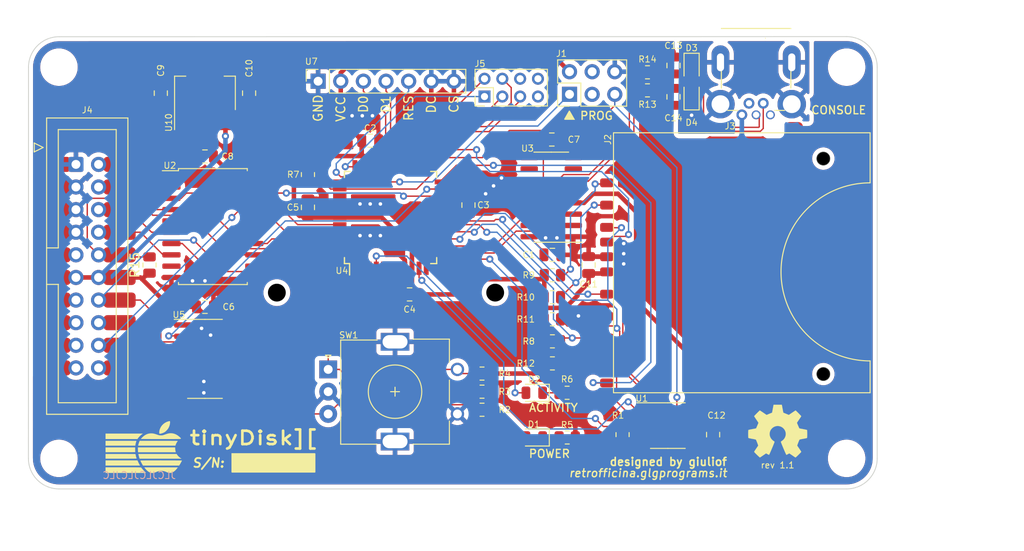
<source format=kicad_pcb>
(kicad_pcb (version 20211014) (generator pcbnew)
  (layers (0 "F.Cu" signal) (31 "B.Cu" signal) (34 "B.Paste" user) (35 "F.Paste" user) (36 "B.SilkS" user "B.Silkscreen") (37 "F.SilkS" user "F.Silkscreen") (38 "B.Mask" user) (39 "F.Mask" user) (44 "Edge.Cuts" user))
  (net 0 "")
  (net 1 "/PDI_DATA")
  (net 2 "/PDI_CLK")
  (net 3 "/SD_CS")
  (net 4 "/SPI_MOSI")
  (net 5 "/SPI_SCK")
  (net 6 "/SPI_MISO")
  (net 7 "/SD_DETECT")
  (net 8 "+3V3")
  (net 9 "GND")
  (net 10 "+5V")
  (net 11 "/DN")
  (net 12 "/DP")
  (net 13 "/ENC_A")
  (net 14 "/ENC_B")
  (net 17 "/FLASH_CS")
  (net 18 "/FLASH_WP")
  (net 19 "Net-(C7-Pad2)")
  (net 20 "/OLED_SCL")
  (net 21 "/OLED_SDA")
  (net 24 "/DAT1")
  (net 25 "/DAT2")
  (net 26 "/PH0")
  (net 27 "/PH1")
  (net 28 "/PH3")
  (net 29 "/PH2")
  (net 30 "unconnected-(J4-Pad9)")
  (net 31 "/DISK_WRITE_EN")
  (net 32 "/DISK_READ")
  (net 34 "/DISK_EN")
  (net 35 "/DISK_WRITE")
  (net 36 "/WRITE_PROTECT")
  (net 37 "Net-(D1-Pad1)")
  (net 38 "Net-(D2-Pad1)")
  (net 41 "/ENC_BTN")
  (net 45 "/ACT_LED")
  (net 46 "/LV_DISK_WRITE")
  (net 47 "/LV_DISK_WRITE_EN")
  (net 48 "/LV_DISK_EN")
  (net 49 "/LV_PHI3")
  (net 50 "/LV_PHI2")
  (net 51 "/LV_PHI1")
  (net 52 "/LV_PHI0")
  (net 53 "/UART_RXD")
  (net 54 "/UART_TXD")
  (net 55 "/LV_DISK_READ")
  (net 56 "/LV_WRITE_PROTECT")
  (net 57 "/OLED_RES")
  (net 66 "/SD_WP")
  (net 67 "/D'P")
  (net 68 "/D'N")
  (net 69 "/USB_SHIELD")
  (net 70 "/PE3")
  (net 71 "/PD7")
  (net 72 "/PD6")
  (net 73 "/PD5")
  (net 74 "/PD4")
  (footprint "Resistor_SMD:R_0805_2012Metric" (layer "F.Cu") (at 127.889 101.854 90)
    (fp_text reference "R15")
    (fp_text value "10k")
  )
  (footprint "Package_QFP:TQFP-44_10x10mm_P0.8mm" (layer "F.Cu") (at 154.94 96.52 90)
    (property "Reference" "U?")
    (property "Value" "ATxmega16A4U-A")
    (fp_text reference "U4")
    (fp_text value "ATxmega16A4U-A")
  )
  (footprint "Capacitor_SMD:C_0805_2012Metric" (layer "F.Cu") (at 186.69 82.965 -90)
    (fp_text reference "C14")
    (fp_text value "C")
  )
  (footprint "Resistor_SMD:R_0805_2012Metric" (layer "F.Cu") (at 173.101 102.997)
    (fp_text reference "R9")
    (fp_text value "10k")
  )
  (footprint "Capacitor_SMD:C_0805_2012Metric" (layer "F.Cu") (at 177.165 101.854 90)
    (fp_text reference "C11")
    (fp_text value "100n")
  )
  (footprint "Resistor_SMD:R_0805_2012Metric" (layer "F.Cu") (at 173.101 107.95)
    (fp_text reference "R11")
    (fp_text value "10k")
  )
  (footprint "Resistor_SMD:R_0805_2012Metric" (layer "F.Cu") (at 145.669 91.694 90)
    (fp_text reference "R7")
    (fp_text value "10k")
  )
  (footprint "Symbol:OSHW-Symbol_6.7x6mm_SilkScreen" (layer "F.Cu") (at 198.374 120.523)
    (fp_text reference "SYM2" hide)
    (fp_text value "Logo_Open_Hardware_Small" hide)
  )
  (footprint "Resistor_SMD:R_0805_2012Metric" (layer "F.Cu") (at 183.769 80.205)
    (fp_text reference "R13")
    (fp_text value "10")
  )
  (footprint "Capacitor_SMD:C_0805_2012Metric" (layer "F.Cu") (at 157.076 105.156 180)
    (fp_text reference "C4")
    (fp_text value "100n")
  )
  (footprint "Resistor_SMD:R_0805_2012Metric" (layer "F.Cu") (at 183.769 82.237)
    (fp_text reference "R14")
    (fp_text value "10")
  )
  (footprint "Connector_PinHeader_2.00mm:PinHeader_2x04_P2.00mm_Vertical" (layer "F.Cu") (at 165.481 82.931 90)
    (fp_text reference "J5")
    (fp_text value "Ext")
  )
  (footprint "Resistor_SMD:R_0805_2012Metric" (layer "F.Cu") (at 165.2035 116.078)
    (fp_text reference "R3")
    (fp_text value "10k")
  )
  (footprint "Resistor_SMD:R_0805_2012Metric" (layer "F.Cu") (at 174.7645 121.2224)
    (fp_text reference "R5")
    (fp_text value "330")
  )
  (footprint "Vintage:Apple_Logo" (layer "F.Cu") (at 127.254 122.301)
    (fp_text reference "SYM1" hide)
    (fp_text value "GraphicSymbol" hide)
  )
  (footprint "Capacitor_SMD:C_0805_2012Metric" (layer "F.Cu") (at 134.112 106.553)
    (fp_text reference "C6")
    (fp_text value "100n")
  )
  (footprint "LED_SMD:LED_0805_2012Metric" (layer "F.Cu") (at 171.069 116.205 180)
    (fp_text reference "D2")
    (fp_text value "LED")
  )
  (footprint "DeviceEnhanced:RotaryEncoder_Switch" (layer "F.Cu") (at 147.942 113.578)
    (fp_text reference "SW1")
    (fp_text value "RotaryEncoder_Switch")
  )
  (footprint "Capacitor_SMD:C_0805_2012Metric" (layer "F.Cu") (at 173.101 100.711)
    (fp_text reference "C1")
    (fp_text value "100n")
  )
  (footprint "MountingHole:MountingHole_3.2mm_M3" (layer "F.Cu") (at 206.121 123.571)
    (fp_text reference "H3" hide)
    (fp_text value "MountingHole")
  )
  (footprint "MountingHole:MountingHole_3.2mm_M3" (layer "F.Cu") (at 117.729 79.629)
    (fp_text reference "H4" hide)
    (fp_text value "MountingHole")
  )
  (footprint "Resistor_SMD:R_0805_2012Metric" (layer "F.Cu") (at 165.2035 118.11)
    (fp_text reference "R2")
    (fp_text value "10k")
  )
  (footprint "Resistor_SMD:R_0805_2012Metric" (layer "F.Cu") (at 165.2035 114.046)
    (fp_text reference "R4")
    (fp_text value "10k")
  )
  (footprint "Connector_Card_Enhanced:SDCard" (layer "F.Cu") (at 179.206 102 90)
    (fp_text reference "J2")
    (fp_text value "SD_Card")
    (fp_circle (center -12.1 24.3) (end -11.35 24.3) (layer "Edge.Cuts") (width 0.12) (fill none))
    (fp_circle (center 12.1 24.3) (end 12.85 24.3) (layer "Edge.Cuts") (width 0.12) (fill none))
  )
  (footprint "Package_SO:SOIC-14_3.9x8.7mm_P1.27mm" (layer "F.Cu") (at 134.112 112.395)
    (fp_text reference "U5")
    (fp_text value "74AHCT125")
  )
  (footprint "Resistor_SMD:R_0805_2012Metric" (layer "F.Cu") (at 173.101 105.4735)
    (fp_text reference "R10")
    (fp_text value "10k")
  )
  (footprint "Package_SO:SOIC-16_3.9x9.9mm_P1.27mm" (layer "F.Cu") (at 172.974 94.234 180)
    (fp_text reference "U3")
    (fp_text value "CH340C")
  )
  (footprint "Capacitor_SMD:C_0805_2012Metric" (layer "F.Cu") (at 173.035 87.757 180)
    (fp_text reference "C7")
    (fp_text value "C")
  )
  (footprint "Resistor_SMD:R_0805_2012Metric" (layer "F.Cu") (at 174.752 116.205)
    (fp_text reference "R6")
    (fp_text value "330")
  )
  (footprint "LED_SMD:LED_0805_2012Metric" (layer "F.Cu") (at 171.0687 121.2224 180)
    (fp_text reference "D1")
    (fp_text value "LED")
  )
  (footprint "Capacitor_SMD:C_0805_2012Metric" (layer "F.Cu") (at 139.065 82.55 -90)
    (fp_text reference "C10")
    (fp_text value "100n")
  )
  (footprint "Package_SO:SOIC-20W_7.5x12.8mm_P1.27mm" (layer "F.Cu") (at 135.001 97.536)
    (fp_text reference "U2")
    (fp_text value "SN74LVC244")
  )
  (footprint "Capacitor_SMD:C_0805_2012Metric" (layer "F.Cu") (at 134.112 89.662 180)
    (fp_text reference "C8")
    (fp_text value "100n")
  )
  (footprint "Capacitor_SMD:C_0805_2012Metric" (layer "F.Cu") (at 152.654 87.884)
    (property "Reference" "C?")
    (property "Value" "100n")
    (fp_text reference "C2")
    (fp_text value "100n")
  )
  (footprint "ModuleEnhanced:OLED_MULTI" (layer "F.Cu") (at 140.68 78.955)
    (fp_text reference "U7")
    (fp_text value "OLED_MULTI")
  )
  (footprint "Capacitor_SMD:C_0805_2012Metric" (layer "F.Cu") (at 191.135 120.904 -90)
    (fp_text reference "C12")
    (fp_text value "100n")
  )
  (footprint "Resistor_SMD:R_0805_2012Metric" (layer "F.Cu") (at 180.975 120.904 90)
    (fp_text reference "R1")
    (fp_text value "R")
  )
  (footprint "Capacitor_SMD:C_0805_2012Metric" (layer "F.Cu") (at 145.669 95.377 90)
    (fp_text reference "C5")
    (fp_text value "100n")
  )
  (footprint "Capacitor_SMD:C_0805_2012Metric" (layer "F.Cu") (at 186.69 79.443 90)
    (fp_text reference "C13")
    (fp_text value "C")
  )
  (footprint "Resistor_SMD:R_0805_2012Metric" (layer "F.Cu") (at 173.101 112.903)
    (fp_text reference "R12")
    (fp_text value "10k")
  )
  (footprint "Connector_IDC_SMDTHT:IDC-Header_2x10_P2.54mm" (layer "F.Cu") (at 119.634 90.551)
    (fp_text reference "J4")
    (fp_text value "APPLEII_DISK_CONNECTOR")
  )
  (footprint "Capacitor_SMD:C_0805_2012Metric" (layer "F.Cu") (at 163.68 95.123 -90)
    (fp_text reference "C3")
    (fp_text value "100n")
  )
  (footprint "Capacitor_SMD:C_0805_2012Metric" (layer "F.Cu") (at 129.159 82.55 -90)
    (fp_text reference "C9")
    (fp_text value "100n")
  )
  (footprint "Connector_USB_Enhanced:USB_Mini-B_THT_generic" (layer "F.Cu") (at 195.961 75.187 180)
    (fp_text reference "J3")
    (fp_text value "USB_B_Mini")
  )
  (footprint "MountingHole:MountingHole_3.2mm_M3" (layer "F.Cu") (at 117.729 123.571)
    (fp_text reference "H2" hide)
    (fp_text value "MountingHole")
  )
  (footprint "Package_TO_SOT_SMD:SOT-223-3_TabPin2" (layer "F.Cu") (at 134.112 82.55 90)
    (fp_text reference "U10")
    (fp_text value "AP1117-33")
  )
  (footprint "Diode_SMD:D_SOD-323" (layer "F.Cu") (at 188.722 79.57 -90)
    (fp_text reference "D3")
    (fp_text value "-")
  )
  (footprint "Diode_SMD:D_SOD-323" (layer "F.Cu") (at 188.722 82.931 90)
    (fp_text reference "D4")
    (fp_text value "-")
  )
  (footprint "Resistor_SMD:R_0805_2012Metric" (layer "F.Cu") (at 173.101 110.4265)
    (fp_text reference "R8")
    (fp_text value "10k")
  )
  (footprint "MountingHole:MountingHole_3.2mm_M3" (layer "F.Cu") (at 206.121 79.629)
    (fp_text reference "H1" hide)
    (fp_text value "MountingHole")
  )
  (footprint "Connector_PinHeader_2.54mm:PinHeader_2x03_P2.54mm_Vertical" (layer "F.Cu") (at 175.021 82.682 90)
    (property "Reference" "J?")
    (property "Value" "AVR-PDI-6")
    (fp_text reference "J1")
    (fp_text value "AVR-PDI-6")
  )
  (footprint "Package_SO:SOP-8_3.9x4.9mm_P1.27mm" (layer "F.Cu") (at 186.055 119.888)
    (fp_text reference "U1")
    (fp_text value "MX25R3235FM1xx0")
  )
  (gr_rect (start 137.16 123.063) (end 146.431 125.095) (layer "F.SilkS") (width 0.15) (fill solid))
  (gr_poly (pts (xy 175.006 84.582) (xy 175.514 85.471) (xy 174.498 85.471)) (layer "F.SilkS") (width 0.15) (fill solid))
  (gr_line locked (start 114.311669 79.640669) (end 114.3 123.571) (layer "Edge.Cuts") (width 0.1))
  (gr_arc locked (start 209.55 123.571) (mid 208.545669 125.995669) (end 206.121 127) (layer "Edge.Cuts") (width 0.1))
  (gr_arc locked (start 114.311669 79.640669) (mid 115.316 77.216) (end 117.740669 76.211669) (layer "Edge.Cuts") (width 0.1))
  (gr_line locked (start 206.121 76.2) (end 117.740669 76.211669) (layer "Edge.Cuts") (width 0.1))
  (gr_arc locked (start 117.729 127) (mid 115.304331 125.995669) (end 114.3 123.571) (layer "Edge.Cuts") (width 0.1))
  (gr_line locked (start 209.55 123.571) (end 209.55 79.629) (layer "Edge.Cuts") (width 0.1))
  (gr_line locked (start 117.729 127) (end 206.121 127) (layer "Edge.Cuts") (width 0.1))
  (gr_arc locked (start 206.121 76.2) (mid 208.545669 77.204331) (end 209.55 79.629) (layer "Edge.Cuts") (width 0.1))
  (gr_text "JLCJLCJLCJLC" (at 122.555 125.476) (layer "B.SilkS") (effects (font (size 0.8 0.8) (thickness 0.1)) (justify right mirror)))
  (gr_text "retrofficina.glgprograms.it" (at 192.786 125.222) (layer "F.SilkS") (effects (font (size 0.9 0.9) (thickness 0.15) italic) (justify right)))
  (gr_text "CONSOLE" (at 205.232 84.455) (layer "F.SilkS") (effects (font (size 0.9 0.9))))
  (gr_text "ACTIVITY" (at 173.2152 117.8824) (layer "F.SilkS") (effects (font (size 0.9 0.9))))
  (gr_text "S/N:" (at 136.398 124.079) (layer "F.SilkS") (effects (font (size 1 1) (thickness 0.2) italic) (justify right)))
  (gr_text "designed by giuliof" (at 192.786 123.952) (layer "F.SilkS") (effects (font (size 0.9 0.9) (thickness 0.18)) (justify right)))
  (gr_text "rev 1.1" (at 198.374 124.333) (layer "F.SilkS") (effects (font (size 0.7 0.7) (thickness 0.1))))
  (gr_text "POWER" (at 172.7662 123.0512) (layer "F.SilkS") (effects (font (size 0.9 0.9))))
  (gr_text "PROG" (at 178.043939 85.09) (layer "F.SilkS") (effects (font (size 0.9 0.9))))
  (gr_text "tinyDisk][" (at 132.207 121.285) (layer "F.SilkS") (effects (font (size 1.5 2) (thickness 0.3)) (justify left)))
  (segment (start 155.9596 92.5179) (end 150.2686 92.5179) (width 0.1524) (layer "F.Cu") (net 1))
  (segment (start 149.24 92.52) (end 150.2665 92.52) (width 0.1524) (layer "F.Cu") (net 1))
  (segment (start 150.2686 92.5179) (end 150.2665 92.52) (width 0.1524) (layer "F.Cu") (net 1))
  (via (at 155.9596 92.5179) (size 0.8) (drill 0.4) (layers "F.Cu" "B.Cu") (net 1))
  (segment (start 175.021 82.682) (end 171.46 86.243) (width 0.1524) (layer "B.Cu") (net 1))
  (segment (start 159.636808 92.5179) (end 155.9596 92.5179) (width 0.1524) (layer "B.Cu") (net 1))
  (segment (start 171.46 86.243) (end 165.911708 86.243) (width 0.1524) (layer "B.Cu") (net 1))
  (segment (start 165.911708 86.243) (end 159.636808 92.5179) (width 0.1524) (layer "B.Cu") (net 1))
  (segment (start 180.101 83.932) (end 177.292 86.741) (width 0.1524) (layer "F.Cu") (net 2))
  (segment (start 168.275 86.741) (end 165.227 89.789) (width 0.1524) (layer "F.Cu") (net 2))
  (segment (start 180.101 82.682) (end 180.101 83.932) (width 0.1524) (layer "F.Cu") (net 2))
  (segment (start 165.227 89.789) (end 161.3988 89.789) (width 0.1524) (layer "F.Cu") (net 2))
  (segment (start 187.071 118.237) (end 188.087 119.253) (width 0.1524) (layer "F.Cu") (net 2))
  (segment (start 145.669 92.6065) (end 147.5 92.6065) (width 0.1524) (layer "F.Cu") (net 2))
  (segment (start 157.8678 93.32) (end 149.24 93.32) (width 0.1524) (layer "F.Cu") (net 2))
  (segment (start 147.5 92.6065) (end 148.2135 93.32) (width 0.1524) (layer "F.Cu") (net 2))
  (segment (start 188.087 119.253) (end 188.68 119.253) (width 0.1524) (layer "F.Cu") (net 2))
  (segment (start 173.985 86.741) (end 173.985 87.757) (width 0.1524) (layer "F.Cu") (net 2))
  (segment (start 148.2135 93.32) (end 149.24 93.32) (width 0.1524) (layer "F.Cu") (net 2))
  (segment (start 173.985 86.741) (end 168.275 86.741) (width 0.1524) (layer "F.Cu") (net 2))
  (segment (start 177.292 86.741) (end 173.985 86.741) (width 0.1524) (layer "F.Cu") (net 2))
  (segment (start 161.3988 89.789) (end 157.8678 93.32) (width 0.1524) (layer "F.Cu") (net 2))
  (segment (start 187.071 116.713) (end 187.071 118.237) (width 0.1524) (layer "F.Cu") (net 2))
  (via (at 187.071 116.713) (size 0.8) (drill 0.4) (layers "F.Cu" "B.Cu") (net 2))
  (segment (start 180.101 83.952) (end 180.101 82.682) (width 0.1524) (layer "B.Cu") (net 2))
  (segment (start 187.071 90.922) (end 180.101 83.952) (width 0.1524) (layer "B.Cu") (net 2))
  (segment (start 187.071 116.713) (end 187.071 90.922) (width 0.1524) (layer "B.Cu") (net 2))
  (segment (start 162.7195 98.9597) (end 162.6798 98.92) (width 0.1524) (layer "F.Cu") (net 3))
  (segment (start 162.6798 98.92) (end 160.64 98.92) (width 0.1524) (layer "F.Cu") (net 3))
  (segment (start 175.6519 103.8351) (end 174.0135 105.4735) (width 0.1524) (layer "F.Cu") (net 3))
  (segment (start 179.204 95.123) (end 179.206 95.125) (width 0.1524) (layer "F.Cu") (net 3))
  (segment (start 177.8 95.123) (end 179.204 95.123) (width 0.1524) (layer "F.Cu") (net 3))
  (segment (start 175.7343 103.8351) (end 175.6519 103.8351) (width 0.1524) (layer "F.Cu") (net 3))
  (via (at 162.7195 98.9597) (size 0.8) (drill 0.4) (layers "F.Cu" "B.Cu") (net 3))
  (via (at 175.7343 103.8351) (size 0.8) (drill 0.4) (layers "F.Cu" "B.Cu") (net 3))
  (via (at 177.8 95.123) (size 0.8) (drill 0.4) (layers "F.Cu" "B.Cu") (net 3))
  (segment (start 177.8 95.123) (end 177.673 95.123) (width 0.1524) (layer "B.Cu") (net 3))
  (segment (start 176.2972 103.2722) (end 175.7343 103.8351) (width 0.1524) (layer "B.Cu") (net 3))
  (segment (start 176.2972 96.4988) (end 176.2972 103.2722) (width 0.1524) (layer "B.Cu") (net 3))
  (segment (start 175.5901 103.8351) (end 175.7343 103.8351) (width 0.1524) (layer "B.Cu") (net 3))
  (segment (start 177.673 95.123) (end 176.2972 96.4988) (width 0.1524) (layer "B.Cu") (net 3))
  (segment (start 162.7195 98.833899) (end 165.49651 96.056889) (width 0.1524) (layer "B.Cu") (net 3))
  (segment (start 165.49651 96.056889) (end 167.811889 96.056889) (width 0.1524) (layer "B.Cu") (net 3))
  (segment (start 167.811889 96.056889) (end 175.5901 103.8351) (width 0.1524) (layer "B.Cu") (net 3))
  (segment (start 162.7195 98.9597) (end 162.7195 98.833899) (width 0.1524) (layer "B.Cu") (net 3))
  (segment (start 186.055 120.396) (end 186.055 118.745) (width 0.1524) (layer "F.Cu") (net 4))
  (segment (start 186.055 118.745) (end 180.654 113.344) (width 0.1524) (layer "F.Cu") (net 4))
  (segment (start 180.848 97.663) (end 179.244 97.663) (width 0.1524) (layer "F.Cu") (net 4))
  (segment (start 180.654 113.344) (end 180.654 109.2889) (width 0.1524) (layer "F.Cu") (net 4))
  (segment (start 180.654 109.2889) (end 180.0656 108.7005) (width 0.1524) (layer "F.Cu") (net 4))
  (segment (start 188.68 121.793) (end 187.452 121.793) (width 0.1524) (layer "F.Cu") (net 4))
  (segment (start 187.452 121.793) (end 186.055 120.396) (width 0.1524) (layer "F.Cu") (net 4))
  (segment (start 164.338 98.171) (end 164.287 98.12) (width 0.1524) (layer "F.Cu") (net 4))
  (segment (start 179.244 97.663) (end 179.206 97.625) (width 0.1524) (layer "F.Cu") (net 4))
  (segment (start 180.0656 108.7005) (end 174.764 108.7005) (width 0.1524) (layer "F.Cu") (net 4))
  (segment (start 174.764 108.7005) (end 174.0135 107.95) (width 0.1524) (layer "F.Cu") (net 4))
  (segment (start 164.287 98.12) (end 160.64 98.12) (width 0.1524) (layer "F.Cu") (net 4))
  (via (at 180.3311 108.966) (size 0.8) (drill 0.4) (layers "F.Cu" "B.Cu") (net 4))
  (via (at 164.338 98.171) (size 0.8) (drill 0.4) (layers "F.Cu" "B.Cu") (net 4))
  (via (at 180.848 97.663) (size 0.8) (drill 0.4) (layers "F.Cu" "B.Cu") (net 4))
  (segment (start 164.338 98.171) (end 165.227 97.282) (width 0.1524) (layer "B.Cu") (net 4))
  (segment (start 180.3311 108.966) (end 180.3311 106.8222) (width 0.1524) (layer "B.Cu") (net 4))
  (segment (start 166.878 97.282) (end 175.39905 105.80305) (width 0.1524) (layer "B.Cu") (net 4))
  (segment (start 180.848 97.663) (end 179.324 99.187) (width 0.1524) (layer "B.Cu") (net 4))
  (segment (start 179.324 105.791) (end 179.31195 105.80305) (width 0.1524) (layer "B.Cu") (net 4))
  (segment (start 175.39905 105.80305) (end 179.31195 105.80305) (width 0.1524) (layer "B.Cu") (net 4))
  (segment (start 179.324 99.187) (end 179.324 105.791) (width 0.1524) (layer "B.Cu") (net 4))
  (segment (start 165.227 97.282) (end 166.878 97.282) (width 0.1524) (layer "B.Cu") (net 4))
  (segment (start 180.3311 106.8222) (end 179.31195 105.80305) (width 0.1524) (layer "B.Cu") (net 4))
  (segment (start 166.5581 96.903) (end 162.2934 96.903) (width 0.1524) (layer "F.Cu") (net 5))
  (segment (start 187.64729 120.523) (end 186.436 119.31171) (width 0.1524) (layer "F.Cu") (net 5))
  (segment (start 177.0798 105.125) (end 179.206 105.125) (width 0.1524) (layer "F.Cu") (net 5))
  (segment (start 162.2934 96.903) (end 161.9104 96.52) (width 0.1524) (layer "F.Cu") (net 5))
  (segment (start 181.0068 106.5411) (end 179.5907 105.125) (width 0.1524) (layer "F.Cu") (net 5))
  (segment (start 186.436 118.618) (end 181.0068 113.1888) (width 0.1524) (layer "F.Cu") (net 5))
  (segment (start 181.0068 113.1888) (end 181.0068 106.5411) (width 0.1524) (layer "F.Cu") (net 5))
  (segment (start 186.436 119.31171) (end 186.436 118.618) (width 0.1524) (layer "F.Cu") (net 5))
  (segment (start 167.513 96.732589) (end 166.728511 96.732589) (width 0.1524) (layer "F.Cu") (net 5))
  (segment (start 188.68 120.523) (end 187.64729 120.523) (width 0.1524) (layer "F.Cu") (net 5))
  (segment (start 166.728511 96.732589) (end 166.5581 96.903) (width 0.1524) (layer "F.Cu") (net 5))
  (segment (start 179.5907 105.125) (end 179.206 105.125) (width 0.1524) (layer "F.Cu") (net 5))
  (segment (start 161.9104 96.52) (end 160.64 96.52) (width 0.1524) (layer "F.Cu") (net 5))
  (via (at 177.0798 105.125) (size 0.8) (drill 0.4) (layers "F.Cu" "B.Cu") (net 5))
  (via (at 167.513 96.732589) (size 0.8) (drill 0.4) (layers "F.Cu" "B.Cu") (net 5))
  (segment (start 167.513 97.0694) (end 175.5686 105.125) (width 0.1524) (layer "B.Cu") (net 5))
  (segment (start 175.5686 105.125) (end 177.0798 105.125) (width 0.1524) (layer "B.Cu") (net 5))
  (segment (start 167.513 96.732589) (end 167.513 97.0694) (width 0.1524) (layer "B.Cu") (net 5))
  (segment (start 182.372 119.253) (end 180.30208 117.18308) (width 0.1524) (layer "F.Cu") (net 6))
  (segment (start 180.30208 117.18308) (end 180.30208 111.14608) (width 0.1524) (layer "F.Cu") (net 6))
  (segment (start 180.30208 111.14608) (end 179.206 110.05) (width 0.1524) (layer "F.Cu") (net 6))
  (segment (start 174.39 110.05) (end 179.206 110.05) (width 0.1524) (layer "F.Cu") (net 6))
  (segment (start 174.0135 110.4265) (end 174.39 110.05) (width 0.1524) (layer "F.Cu") (net 6))
  (segment (start 183.43 119.253) (end 182.372 119.253) (width 0.1524) (layer "F.Cu") (net 6))
  (segment (start 165.735 98.171) (end 164.884 97.32) (width 0.1524) (layer "F.Cu") (net 6))
  (segment (start 164.884 97.32) (end 160.64 97.32) (width 0.1524) (layer "F.Cu") (net 6))
  (via (at 175.328 110.05) (size 0.8) (drill 0.4) (layers "F.Cu" "B.Cu") (net 6))
  (via (at 165.735 98.171) (size 0.8) (drill 0.4) (layers "F.Cu" "B.Cu") (net 6))
  (segment (start 173.2206 104.5136) (end 173.2206 107.9426) (width 0.1524) (layer "B.Cu") (net 6))
  (segment (start 165.735 98.171) (end 166.878 98.171) (width 0.1524) (layer "B.Cu") (net 6))
  (segment (start 173.2206 107.9426) (end 175.328 110.05) (width 0.1524) (layer "B.Cu") (net 6))
  (segment (start 166.878 98.171) (end 173.2206 104.5136) (width 0.1524) (layer "B.Cu") (net 6))
  (segment (start 160.02 88.9) (end 158.94 89.98) (width 0.1524) (layer "F.Cu") (net 7))
  (segment (start 179.8432 98.6378) (end 181.4327 98.6378) (width 0.1524) (layer "F.Cu") (net 7))
  (segment (start 179.206 99.275) (end 179.8432 98.6378) (width 0.1524) (layer "F.Cu") (net 7))
  (segment (start 181.4327 98.6378) (end 181.6455 98.425) (width 0.1524) (layer "F.Cu") (net 7))
  (segment (start 164.592 88.9) (end 160.02 88.9) (width 0.1524) (layer "F.Cu") (net 7))
  (segment (start 158.94 89.98) (end 158.94 90.82) (width 0.1524) (layer "F.Cu") (net 7))
  (via (at 164.592 88.9) (size 0.8) (drill 0.4) (layers "F.Cu" "B.Cu") (net 7))
  (via (at 181.6455 98.425) (size 0.8) (drill 0.4) (layers "F.Cu" "B.Cu") (net 7))
  (segment (start 164.592 88.9) (end 164.592 89.8525) (width 0.1524) (layer "B.Cu") (net 7))
  (segment (start 164.592 89.8525) (end 166.0937 91.3542) (width 0.1524) (layer "B.Cu") (net 7))
  (segment (start 178.6032 91.3542) (end 181.6455 94.3965) (width 0.1524) (layer "B.Cu") (net 7))
  (segment (start 181.6455 94.3965) (end 181.6455 98.425) (width 0.1524) (layer "B.Cu") (net 7))
  (segment (start 166.0937 91.3542) (end 178.6032 91.3542) (width 0.1524) (layer "B.Cu") (net 7))
  (segment (start 157.34 99.913) (end 155.8914 98.4643) (width 0.508) (layer "F.Cu") (net 8))
  (segment (start 134.112 85.7) (end 134.112 79.4) (width 0.508) (layer "F.Cu") (net 8))
  (segment (start 144.093711 91.872289) (end 144.145 91.821) (width 0.508) (layer "F.Cu") (net 8))
  (segment (start 172.1885 110.4265) (end 172.1885 112.903) (width 0.508) (layer "F.Cu") (net 8))
  (segment (start 172.155979 103.447479) (end 172.1885 103.48) (width 0.508) (layer "F.Cu") (net 8))
  (segment (start 163.68 94.173) (end 162.933 94.92) (width 0.508) (layer "F.Cu") (net 8))
  (segment (start 173.873 78.994) (end 150.622 78.994) (width 0.508) (layer "F.Cu") (net 8))
  (segment (start 151.704 87.884) (end 151.704 89.6156) (width 0.508) (layer "F.Cu") (net 8))
  (segment (start 188.68 117.983) (end 189.738 117.983) (width 0.508) (layer "F.Cu") (net 8))
  (segment (start 134.112 88.712) (end 134.112 85.7) (width 0.508) (layer "F.Cu") (net 8))
  (segment (start 138.762 91.821) (end 144.145 91.821) (width 0.508) (layer "F.Cu") (net 8))
  (segment (start 177.165 103.832752) (end 175.9072 105.090552) (width 0.508) (layer "F.Cu") (net 8))
  (segment (start 172.151 100.331) (end 170.499 98.679) (width 0.1524) (layer "F.Cu") (net 8))
  (segment (start 152.3536 89.6156) (end 152.54 89.802) (width 0.508) (layer "F.Cu") (net 8))
  (segment (start 172.1885 107.95) (end 172.1885 110.4265) (width 0.508) (layer "F.Cu") (net 8))
  (segment (start 175.9072 105.3063) (end 174.5463 106.6672) (width 0.508) (layer "F.Cu") (net 8))
  (segment (start 177.165 102.804) (end 177.165 103.832752) (width 0.508) (layer "F.Cu") (net 8))
  (segment (start 144.714 96.327) (end 144.093711 95.706711) (width 0.508) (layer "F.Cu") (net 8))
  (segment (start 163.957 105.156) (end 165.665521 103.447479) (width 0.508) (layer "F.Cu") (net 8))
  (segment (start 159.4357 94.92) (end 155.8914 98.4643) (width 0.508) (layer "F.Cu") (net 8))
  (segment (start 172.151 100.711) (end 172.151 100.331) (width 0.1524) (layer "F.Cu") (net 8))
  (segment (start 188.68 112.099) (end 182.499 105.918) (width 0.508) (layer "F.Cu") (net 8))
  (segment (start 175.9072 105.090552) (end 175.9072 105.3063) (width 0.508) (layer "F.Cu") (net 8))
  (segment (start 172.1885 103.48) (end 172.1885 102.997) (width 0.508) (layer "F.Cu") (net 8))
  (segment (start 177.673 93.853) (end 180.467 93.853) (width 0.508) (layer "F.Cu") (net 8))
  (segment (start 175.449 94.869) (end 176.657 94.869) (width 0.508) (layer "F.Cu") (net 8))
  (segment (start 145.669 90.7815) (end 145.1845 90.7815) (width 0.508) (layer "F.Cu") (net 8))
  (segment (start 149.24 96.52) (end 146.088 96.52) (width 0.508) (layer "F.Cu") (net 8))
  (segment (start 152.54 89.802) (end 152.54 90.82) (width 0.508) (layer "F.Cu") (net 8))
  (segment (start 135.062 89.662) (end 137.221 91.821) (width 0.508) (layer "F.Cu") (net 8))
  (segment (start 151.704 89.6156) (end 152.3536 89.6156) (width 0.508) (layer "F.Cu") (net 8))
  (segment (start 160.64 94.92) (end 159.4357 94.92) (width 0.508) (layer "F.Cu") (net 8))
  (segment (start 182.363 102.625) (end 182.499 102.489) (width 0.508) (layer "F.Cu") (net 8))
  (segment (start 151.704 87.823) (end 151.704 87.884) (width 0.508) (layer "F.Cu") (net 8))
  (segment (start 158.026 105.156) (end 163.957 105.156) (width 0.508) (layer "F.Cu") (net 8))
  (segment (start 171.0455 114.046) (end 172.1885 112.903) (width 0.508) (layer "F.Cu") (net 8))
  (segment (start 188.68 117.983) (end 188.68 112.099) (width 0.508) (layer "F.Cu") (net 8))
  (segment (start 165.665521 103.447479) (end 172.155979 103.447479) (width 0.508) (layer "F.Cu") (net 8))
  (segment (start 145.669 90.7815) (end 146.177 90.7815) (width 0.508) (layer "F.Cu") (net 8))
  (segment (start 153.947 96.52) (end 149.24 96.52) (width 0.508) (layer "F.Cu") (net 8))
  (segment (start 170.1312 121.2224) (end 167.0188 118.11) (width 0.508) (layer "F.Cu") (net 8))
  (segment (start 177.165 102.804) (end 179.027 102.804) (width 0.508) (layer "F.Cu") (net 8))
  (segment (start 158.026 105.156) (end 158.026 104.813) (width 0.508) (layer "F.Cu") (net 8))
  (segment (start 172.1885 106.6672) (end 172.1885 105.4735) (width 0.508) (layer "F.Cu") (net 8))
  (segment (start 149.35 85.469) (end 151.704 87.823) (width 0.508) (layer "F.Cu") (net 8))
  (segment (start 182.499 105.918) (end 182.499 102.489) (width 0.508) (layer "F.Cu") (net 8))
  (segment (start 137.221 91.821) (end 138.762 91.821) (width 0.508) (layer "F.Cu") (net 8))
  (segment (start 172.1885 105.4735) (end 172.1885 103.48) (width 0.508) (layer "F.Cu") (net 8))
  (segment (start 146.177 90.7815) (end 147.3429 89.6156) (width 0.508) (layer "F.Cu") (net 8))
  (segment (start 191.008 119.253) (end 191.008 119.8832) (width 0.508) (layer "F.Cu") (net 8))
  (segment (start 162.933 94.92) (end 160.64 94.92) (width 0.508) (layer "F.Cu") (net 8))
  (segment (start 166.116 118.11) (end 166.116 116.078) (width 0.508) (layer "F.Cu") (net 8))
  (segment (start 179.027 102.804) (end 179.206 102.625) (width 0.508) (layer "F.Cu") (net 8))
  (segment (start 167.0188 118.11) (end 166.116 118.11) (width 0.508) (layer "F.Cu") (net 8))
  (segment (start 180.467 93.853) (end 182.499 95.885) (width 0.508) (layer "F.Cu") (net 8))
  (segment (start 144.093711 95.706711) (end 144.093711 91.872289) (width 0.508) (layer "F.Cu") (net 8))
  (segment (start 179.206 102.625) (end 182.363 102.625) (width 0.508) (layer "F.Cu") (net 8))
  (segment (start 166.116 114.046) (end 166.116 116.078) (width 0.508) (layer "F.Cu") (net 8))
  (segment (start 189.738 117.983) (end 191.008 119.253) (width 0.508) (layer "F.Cu") (net 8))
  (segment (start 175.021 80.142) (end 173.873 78.994) (width 0.508) (layer "F.Cu") (net 8))
  (segment (start 157.34 104.127) (end 157.34 102.22) (width 0.508) (layer "F.Cu") (net 8))
  (segment (start 172.1885 107.95) (end 172.1885 106.6672) (width 0.508) (layer "F.Cu") (net 8))
  (segment (start 145.1845 90.7815) (end 144.145 91.821) (width 0.508) (layer "F.Cu") (net 8))
  (segment (start 166.116 114.046) (end 171.0455 114.046) (width 0.508) (layer "F.Cu") (net 8))
  (segment (start 176.657 94.869) (end 177.673 93.853) (width 0.508) (layer "F.Cu") (net 8))
  (segment (start 174.5463 106.6672) (end 172.1885 106.6672) (width 0.508) (layer "F.Cu") (net 8))
  (segment (start 157.34 102.22) (end 157.34 99.913) (width 0.508) (layer "F.Cu") (net 8))
  (segment (start 147.3429 89.6156) (end 151.704 89.6156) (width 0.508) (layer "F.Cu") (net 8))
  (segment (start 145.669 96.327) (end 144.714 96.327) (width 0.508) (layer "F.Cu") (net 8))
  (segment (start 182.499 95.885) (end 182.499 102.489) (width 0.508) (layer "F.Cu") (net 8))
  (segment (start 155.8914 98.4643) (end 153.947 96.52) (width 0.508) (layer "F.Cu") (net 8))
  (segment (start 149.35 80.266) (end 149.35 85.469) (width 0.508) (layer "F.Cu") (net 8))
  (segment (start 158.026 104.813) (end 157.34 104.127) (width 0.508) (layer "F.Cu") (net 8))
  (segment (start 150.622 78.994) (end 149.35 80.266) (width 0.508) (layer "F.Cu") (net 8))
  (segment (start 134.112 88.712) (end 135.062 89.662) (width 0.508) (layer "F.Cu") (net 8))
  (segment (start 147.955 95.72) (end 151.549 95.72) (width 0.508) (layer "F.Cu") (net 9))
  (segment (start 153.34 89.484) (end 153.604 89.22) (width 0.508) (layer "F.Cu") (net 9))
  (segment (start 153.604 89.22) (end 153.604 87.884) (width 0.508) (layer "F.Cu") (net 9))
  (segment (start 156.126 104.732) (end 156.126 105.156) (width 0.508) (layer "F.Cu") (net 9))
  (segment (start 129.462 103.251) (end 132.08 103.251) (width 0.508) (layer "F.Cu") (net 9))
  (segment (start 156.54 102.22) (end 156.54 101.295) (width 0.508) (layer "F.Cu") (net 9))
  (segment (start 156.54 104.318) (end 156.126 104.732) (width 0.508) (layer "F.Cu") (net 9))
  (segment (start 162.268 95.72) (end 162.621 96.073) (width 0.508) (layer "F.Cu") (net 9))
  (segment (start 156.126 105.156) (end 156.126 105.707) (width 0.508) (layer "F.Cu") (net 9))
  (segment (start 147.917 95.72) (end 146.624 94.427) (width 0.508) (layer "F.Cu") (net 9))
  (segment (start 156.54 102.22) (end 156.54 104.318) (width 0.508) (layer "F.Cu") (net 9))
  (segment (start 160.64 95.72) (end 162.268 95.72) (width 0.508) (layer "F.Cu") (net 9))
  (segment (start 162.621 96.073) (end 163.68 96.073) (width 0.508) (layer "F.Cu") (net 9))
  (segment (start 153.34 90.82) (end 153.34 89.484) (width 0.508) (layer "F.Cu") (net 9))
  (segment (start 156.54 101.295) (end 153.797 98.552) (width 0.508) (layer "F.Cu") (net 9))
  (segment (start 146.624 94.427) (end 145.669 94.427) (width 0.508) (layer "F.Cu") (net 9))
  (via (at 132.715 103.632) (size 0.8) (drill 0.4) (layers "F.Cu" "B.Cu") (net 9))
  (via (at 151.511 98.552) (size 0.8) (drill 0.4) (layers "F.Cu" "B.Cu") (net 9))
  (via (at 166.497 92.964) (size 0.8) (drill 0.4) (layers "F.Cu" "B.Cu") (net 9))
  (via (at 176.022 107.569) (size 0.8) (drill 0.4) (layers "F.Cu" "B.Cu") (net 9))
  (via (at 173.609 98.806) (size 0.8) (drill 0.4) (layers "F.Cu" "B.Cu") (net 9))
  (via (at 133.985 116.205) (size 0.8) (drill 0.4) (layers "F.Cu" "B.Cu") (net 9))
  (via (at 134.112 103.632) (size 0.8) (drill 0.4) (layers "F.Cu" "B.Cu") (net 9))
  (via (at 167.386 92.075) (size 0.8) (drill 0.4) (layers "F.Cu" "B.Cu") (net 9))
  (via (at 181.102 101.727) (size 0.8) (drill 0.4) (layers "F.Cu" "B.Cu") (net 9))
  (via (at 152.908 85.09) (size 0.8) (drill 0.4) (layers "F.Cu" "B.Cu") (net 9))
  (via (at 152.654 98.552) (size 0.8) (drill 0.4) (layers "F.Cu" "B.Cu") (net 9))
  (via (at 152.654 94.996) (size 0.8) (drill 0.4) (layers "F.Cu" "B.Cu") (net 9))
  (via (at 153.797 98.552) (size 0.8) (drill 0.4) (layers "F.Cu" "B.Cu") (net 9))
  (via (at 150.622 85.09) (size 0.8) (drill 0.4) (layers "F.Cu" "B.Cu") (net 9))
  (via (at 165.608 93.853) (size 0.8) (drill 0.4) (layers "F.Cu" "B.Cu") (net 9))
  (via (at 133.985 114.935) (size 0.8) (drill 0.4) (layers "F.Cu" "B.Cu") (net 9))
  (via (at 134.747 109.728) (size 0.8) (drill 0.4) (layers "F.Cu" "B.Cu") (net 9))
  (via (at 151.765 85.09) (size 0.8) (drill 0.4) (layers "F.Cu" "B.Cu") (net 9))
  (via (at 151.511 94.996) (size 0.8) (drill 0.4) (layers "F.Cu" "B.Cu") (net 9))
  (via (at 153.797 94.996) (size 0.8) (drill 0.4) (layers "F.Cu" "B.Cu") (net 9))
  (via (at 181.102 99.441) (size 0.8) (drill 0.4) (layers "F.Cu" "B.Cu") (net 9))
  (via (at 181.102 100.584) (size 0.8) (drill 0.4) (layers "F.Cu" "B.Cu") (net 9))
  (via (at 172.339 98.806) (size 0.8) (drill 0.4) (layers "F.Cu" "B.Cu") (net 9))
  (via (at 133.731 108.966) (size 0.8) (drill 0.4) (layers "F.Cu" "B.Cu") (net 9))
  (segment (start 194.361 84.987) (end 194.361 88.443) (width 0.508) (layer "B.Cu") (net 9))
  (segment (start 136.587 108.585) (end 135.194 108.585) (width 0.508) (layer "F.Cu") (net 10))
  (segment (start 137.348 81.6) (end 139.065 81.6) (width 0.508) (layer "F.Cu") (net 10))
  (segment (start 122.174 103.251) (end 124.534 103.251) (width 0.508) (layer "F.Cu") (net 10))
  (segment (start 136.412 85.7) (end 136.412 87.3812) (width 0.508) (layer "F.Cu") (net 10))
  (segment (start 135.194 108.585) (end 133.162 106.553) (width 0.508) (layer "F.Cu") (net 10))
  (segment (start 124.534 103.251) (end 126.873 103.251) (width 0.508) (layer "F.Cu") (net 10))
  (segment (start 126.873 103.251) (end 127.0635 103.4415) (width 0.508) (layer "F.Cu") (net 10))
  (segment (start 127.0635 103.4415) (end 130.175 106.553) (width 0.508) (layer "F.Cu") (net 10))
  (segment (start 127.7385 102.7665) (end 127.0635 103.4415) (width 0.508) (layer "F.Cu") (net 10))
  (segment (start 130.175 106.553) (end 133.162 106.553) (width 0.508) (layer "F.Cu") (net 10))
  (segment (start 136.412 82.536) (end 137.348 81.6) (width 0.508) (layer "F.Cu") (net 10))
  (segment (start 122.174 103.251) (end 119.634 103.251) (width 0.508) (layer "F.Cu") (net 10))
  (segment (start 119.634 103.251) (end 117.234 103.251) (width 0.508) (layer "F.Cu") (net 10))
  (segment (start 127.889 102.7665) (end 127.7385 102.7665) (width 0.508) (layer "F.Cu") (net 10))
  (segment (start 136.412 85.7) (end 136.412 82.536) (width 0.508) (layer "F.Cu") (net 10))
  (via (at 136.412 87.3812) (size 0.8) (drill 0.4) (layers "F.Cu" "B.Cu") (net 10))
  (segment (start 122.174 103.251) (end 136.412 89.013) (width 0.508) (layer "B.Cu") (net 10))
  (segment (start 136.412 89.013) (end 136.412 87.3812) (width 0.508) (layer "B.Cu") (net 10))
  (segment (start 189.611 85.4082) (end 189.611 82.11) (width 0.1524) (layer "F.Cu") (net 11))
  (segment (start 185.0375 81.881) (end 184.6815 82.237) (width 0.1524) (layer "F.Cu") (net 11))
  (segment (start 196.4352 86.839) (end 191.0418 86.839) (width 0.1524) (layer "F.Cu") (net 11))
  (segment (start 189.382 81.881) (end 188.722 81.881) (width 0.1524) (layer "F.Cu") (net 11))
  (segment (start 189.611 82.11) (end 189.382 81.881) (width 0.1524) (layer "F.Cu") (net 11))
  (segment (start 191.0418 86.839) (end 189.611 85.4082) (width 0.1524) (layer "F.Cu") (net 11))
  (segment (start 196.761 86.5132) (end 196.4352 86.839) (width 0.1524) (layer "F.Cu") (net 11))
  (segment (start 188.722 81.881) (end 185.0375 81.881) (width 0.1524) (layer "F.Cu") (net 11))
  (segment (start 196.761 83.687) (end 196.761 86.5132) (width 0.1524) (layer "F.Cu") (net 11))
  (segment (start 190.061489 81.603489) (end 189.078 80.62) (width 0.1524) (layer "F.Cu") (net 12))
  (segment (start 196.310999 86.326801) (end 196.2488 86.389) (width 0.1524) (layer "F.Cu") (net 12))
  (segment (start 190.061489 85.222289) (end 190.061489 81.603489) (width 0.1524) (layer "F.Cu") (net 12))
  (segment (start 188.722 80.62) (end 185.0965 80.62) (width 0.1524) (layer "F.Cu") (net 12))
  (segment (start 196.310999 85.336999) (end 196.310999 86.326801) (width 0.1524) (layer "F.Cu") (net 12))
  (segment (start 196.2488 86.389) (end 191.2282 86.389) (width 0.1524) (layer "F.Cu") (net 12))
  (segment (start 195.961 84.987) (end 196.310999 85.336999) (width 0.1524) (layer "F.Cu") (net 12))
  (segment (start 191.2282 86.389) (end 190.061489 85.222289) (width 0.1524) (layer "F.Cu") (net 12))
  (segment (start 189.078 80.62) (end 188.722 80.62) (width 0.1524) (layer "F.Cu") (net 12))
  (segment (start 185.0965 80.62) (end 184.6815 80.205) (width 0.1524) (layer "F.Cu") (net 12))
  (segment (start 151.7185 116.078) (end 164.291 116.078) (width 0.1524) (layer "F.Cu") (net 13))
  (segment (start 147.942 113.578) (end 148.5803 113.578) (width 0.1524) (layer "F.Cu") (net 13))
  (segment (start 154.94 103.632) (end 147.942 110.63) (width 0.1524) (layer "F.Cu") (net 13))
  (segment (start 149.2185 113.578) (end 151.7185 116.078) (width 0.1524) (layer "F.Cu") (net 13))
  (segment (start 148.5803 113.578) (end 149.2185 113.578) (width 0.1524) (layer "F.Cu") (net 13))
  (segment (start 147.942 110.63) (end 147.942 113.578) (width 0.1524) (layer "F.Cu") (net 13))
  (segment (start 154.94 102.22) (end 154.94 103.632) (width 0.1524) (layer "F.Cu") (net 13))
  (segment (start 145.923 111.3394) (end 154.14 103.1224) (width 0.1524) (layer "F.Cu") (net 14))
  (segment (start 164.291 118.11) (end 164.291 117.5434) (width 0.1524) (layer "F.Cu") (net 14))
  (segment (start 154.14 102.22) (end 154.14 103.1224) (width 0.1524) (layer "F.Cu") (net 14))
  (segment (start 148.9766 117.5434) (end 147.942 118.578) (width 0.1524) (layer "F.Cu") (net 14))
  (segment (start 146.391 118.578) (end 145.923 118.11) (width 0.1524) (layer "F.Cu") (net 14))
  (segment (start 164.291 117.5434) (end 148.9766 117.5434) (width 0.1524) (layer "F.Cu") (net 14))
  (segment (start 145.923 118.11) (end 145.923 111.3394) (width 0.1524) (layer "F.Cu") (net 14))
  (segment (start 147.942 118.578) (end 146.391 118.578) (width 0.1524) (layer "F.Cu") (net 14))
  (segment (start 158.4475 103.5767) (end 158.14 103.2692) (width 0.1524) (layer "F.Cu") (net 17))
  (segment (start 158.14 103.2692) (end 158.14 102.22) (width 0.1524) (layer "F.Cu") (net 17))
  (segment (start 182.372 117.983) (end 183.43 117.983) (width 0.1524) (layer "F.Cu") (net 17))
  (segment (start 181.61 117.221) (end 182.372 117.983) (width 0.1524) (layer "F.Cu") (net 17))
  (via (at 181.61 117.221) (size 0.8) (drill 0.4) (layers "F.Cu" "B.Cu") (net 17))
  (via (at 158.4475 103.5767) (size 0.8) (drill 0.4) (layers "F.Cu" "B.Cu") (net 17))
  (segment (start 181.61 117.221) (end 181.229 117.221) (width 0.1524) (layer "B.Cu") (net 17))
  (segment (start 181.229 117.221) (end 178.181 120.269) (width 0.1524) (layer "B.Cu") (net 17))
  (segment (start 170.434 120.269) (end 167.64 117.475) (width 0.1524) (layer "B.Cu") (net 17))
  (segment (start 178.181 120.269) (end 170.434 120.269) (width 0.1524) (layer "B.Cu") (net 17))
  (segment (start 167.64 117.475) (end 167.64 112.7692) (width 0.1524) (layer "B.Cu") (net 17))
  (segment (start 167.64 112.7692) (end 158.4475 103.5767) (width 0.1524) (layer "B.Cu") (net 17))
  (segment (start 158.94 102.22) (end 158.94 101.1935) (width 0.1524) (layer "F.Cu") (net 18))
  (segment (start 158.94 101.1935) (end 166.0765 101.1935) (width 0.1524) (layer "F.Cu") (net 18))
  (segment (start 181.6081 120.523) (end 181.0258 119.9407) (width 0.1524) (layer "F.Cu") (net 18))
  (segment (start 178.825793 119.9915) (end 180.975 119.9915) (width 0.1524) (layer "F.Cu") (net 18))
  (segment (start 183.43 120.523) (end 181.6081 120.523) (width 0.1524) (layer "F.Cu") (net 18))
  (segment (start 177.927 119.092707) (end 178.825793 119.9915) (width 0.1524) (layer "F.Cu") (net 18))
  (via (at 177.927 119.092707) (size 0.8) (drill 0.4) (layers "F.Cu" "B.Cu") (net 18))
  (via (at 166.0765 101.1935) (size 0.8) (drill 0.4) (layers "F.Cu" "B.Cu") (net 18))
  (segment (start 169.6912 113.5177) (end 169.6912 104.8082) (width 0.1524) (layer "B.Cu") (net 18))
  (segment (start 177.927 119.092707) (end 175.266207 119.092707) (width 0.1524) (layer "B.Cu") (net 18))
  (segment (start 169.6912 104.8082) (end 166.0765 101.1935) (width 0.1524) (layer "B.Cu") (net 18))
  (segment (start 175.266207 119.092707) (end 169.6912 113.5177) (width 0.1524) (layer "B.Cu") (net 18))
  (segment (start 171.831 96.139) (end 170.499 96.139) (width 0.1524) (layer "F.Cu") (net 19))
  (segment (start 172.085 87.757) (end 172.085 95.885) (width 0.1524) (layer "F.Cu") (net 19))
  (segment (start 172.085 95.885) (end 171.831 96.139) (width 0.1524) (layer "F.Cu") (net 19))
  (segment (start 151.89 81.209) (end 151.89 82.3355) (width 0.1524) (layer "F.Cu") (net 20))
  (segment (start 151.89 82.3355) (end 154.3884 84.8339) (width 0.1524) (layer "F.Cu") (net 20))
  (segment (start 154.14 90.82) (end 154.14 89.7935) (width 0.1524) (layer "F.Cu") (net 20))
  (segment (start 154.3884 89.5451) (end 154.14 89.7935) (width 0.1524) (layer "F.Cu") (net 20))
  (segment (start 154.3884 84.8339) (end 154.3884 89.5451) (width 0.1524) (layer "F.Cu") (net 20))
  (segment (start 154.43 82.3355) (end 154.94 82.8455) (width 0.1524) (layer "F.Cu") (net 21))
  (segment (start 154.43 81.209) (end 154.43 82.3355) (width 0.1524) (layer "F.Cu") (net 21))
  (segment (start 154.94 82.8455) (end 154.94 90.82) (width 0.1524) (layer "F.Cu") (net 21))
  (segment (start 179.206 111.75) (end 178.053 112.903) (width 0.1524) (layer "F.Cu") (net 24))
  (segment (start 178.053 112.903) (end 174.0135 112.903) (width 0.1524) (layer "F.Cu") (net 24))
  (segment (start 177.893707 92.7507) (end 179.0803 92.7507) (width 0.1524) (layer "F.Cu") (net 25))
  (segment (start 175.1324 102.314) (end 174.4494 102.997) (width 0.1524) (layer "F.Cu") (net 25))
  (segment (start 179.0803 92.7507) (end 179.206 92.625) (width 0.1524) (layer "F.Cu") (net 25))
  (segment (start 174.4494 102.997) (end 174.0135 102.997) (width 0.1524) (layer "F.Cu") (net 25))
  (via (at 175.1324 102.314) (size 0.8) (drill 0.4) (layers "F.Cu" "B.Cu") (net 25))
  (via (at 177.893707 92.7507) (size 0.8) (drill 0.4) (layers "F.Cu" "B.Cu") (net 25))
  (segment (start 177.893707 93.505293) (end 175.1324 96.2666) (width 0.1524) (layer "B.Cu") (net 25))
  (segment (start 177.893707 92.7507) (end 177.893707 93.505293) (width 0.1524) (layer "B.Cu") (net 25))
  (segment (start 175.1324 96.2666) (end 175.1324 102.314) (width 0.1524) (layer "B.Cu") (net 25))
  (segment (start 124.534 90.551) (end 125.583 90.551) (width 0.1524) (layer "F.Cu") (net 26))
  (segment (start 128.123 93.091) (end 129.462 93.091) (width 0.1524) (layer "F.Cu") (net 26))
  (segment (start 125.583 90.551) (end 128.123 93.091) (width 0.1524) (layer "F.Cu") (net 26))
  (segment (start 122.174 90.551) (end 124.534 90.551) (width 0.1524) (layer "F.Cu") (net 26))
  (segment (start 124.534 93.091) (end 125.583 93.091) (width 0.1524) (layer "F.Cu") (net 27))
  (segment (start 128.123 95.631) (end 129.462 95.631) (width 0.1524) (layer "F.Cu") (net 27))
  (segment (start 125.583 93.091) (end 128.123 95.631) (width 0.1524) (layer "F.Cu") (net 27))
  (segment (start 122.174 93.091) (end 124.534 93.091) (width 0.1524) (layer "F.Cu") (net 27))
  (segment (start 129.413 100.711) (end 129.462 100.711) (width 0.1524) (layer "F.Cu") (net 28))
  (segment (start 122.174 98.171) (end 124.534 98.171) (width 0.1524) (layer "F.Cu") (net 28))
  (segment (start 126.873 98.171) (end 129.413 100.711) (width 0.1524) (layer "F.Cu") (net 28))
  (segment (start 124.534 98.171) (end 126.873 98.171) (width 0.1524) (layer "F.Cu") (net 28))
  (segment (start 125.583 95.631) (end 128.123 98.171) (width 0.1524) (layer "F.Cu") (net 29))
  (segment (start 124.534 95.631) (end 125.583 95.631) (width 0.1524) (layer "F.Cu") (net 29))
  (segment (start 122.174 95.631) (end 124.534 95.631) (width 0.1524) (layer "F.Cu") (net 29))
  (segment (start 128.123 98.171) (end 129.462 98.171) (width 0.1524) (layer "F.Cu") (net 29))
  (segment (start 117.234 100.711) (end 119.634 100.711) (width 0.508) (layer "F.Cu") (net 30))
  (segment (start 120.904 99.441) (end 120.904 94.869) (width 0.1524) (layer "F.Cu") (net 31))
  (segment (start 124.7645 100.9415) (end 124.534 100.711) (width 0.1524) (layer "F.Cu") (net 31))
  (segment (start 135.1551 96.266) (end 137.0601 98.171) (width 0.1524) (layer "F.Cu") (net 31))
  (segment (start 120.904 94.869) (end 121.412 94.361) (width 0.1524) (layer "F.Cu") (net 31))
  (segment (start 122.174 100.711) (end 120.904 99.441) (width 0.1524) (layer "F.Cu") (net 31))
  (segment (start 121.412 94.361) (end 126.35531 94.361) (width 0.1524) (layer "F.Cu") (net 31))
  (segment (start 137.0601 98.171) (end 138.762 98.171) (width 0.1524) (layer "F.Cu") (net 31))
  (segment (start 124.534 100.711) (end 122.174 100.711) (width 0.1524) (layer "F.Cu") (net 31))
  (segment (start 126.35531 94.361) (end 128.26031 96.266) (width 0.1524) (layer "F.Cu") (net 31))
  (segment (start 127.889 100.9415) (end 124.7645 100.9415) (width 0.1524) (layer "F.Cu") (net 31))
  (segment (start 128.26031 96.266) (end 135.1551 96.266) (width 0.1524) (layer "F.Cu") (net 31))
  (segment (start 128.6115 111.125) (end 131.637 111.125) (width 0.1524) (layer "F.Cu") (net 32))
  (segment (start 122.174 108.331) (end 124.534 108.331) (width 0.1524) (layer "F.Cu") (net 32))
  (segment (start 124.534 108.331) (end 125.8175 108.331) (width 0.1524) (layer "F.Cu") (net 32))
  (segment (start 125.8175 108.331) (end 128.6115 111.125) (width 0.1524) (layer "F.Cu") (net 32))
  (segment (start 132.9068 110.7931) (end 132.9068 112.0762) (width 0.1524) (layer "F.Cu") (net 34))
  (segment (start 129.286 110.49) (end 129.159 110.363) (width 0.1524) (layer "F.Cu") (net 34))
  (segment (start 124.534 105.791) (end 126.873 105.791) (width 0.1524) (layer "F.Cu") (net 34))
  (segment (start 132.842 99.0553) (end 134.4977 100.711) (width 0.1524) (layer "F.Cu") (net 34))
  (segment (start 132.588 112.395) (end 131.637 112.395) (width 0.1524) (layer "F.Cu") (net 34))
  (segment (start 132.6037 110.49) (end 132.9068 110.7931) (width 0.1524) (layer "F.Cu") (net 34))
  (segment (start 129.159 108.077) (end 129.667 108.585) (width 0.1524) (layer "F.Cu") (net 34))
  (segment (start 126.873 105.791) (end 129.159 108.077) (width 0.1524) (layer "F.Cu") (net 34))
  (segment (start 129.159 110.363) (end 129.159 108.077) (width 0.1524) (layer "F.Cu") (net 34))
  (segment (start 132.9068 112.0762) (end 132.588 112.395) (width 0.1524) (layer "F.Cu") (net 34))
  (segment (start 129.286 110.49) (end 132.6037 110.49) (width 0.1524) (layer "F.Cu") (net 34))
  (segment (start 129.667 108.585) (end 131.637 108.585) (width 0.1524) (layer "F.Cu") (net 34))
  (segment (start 134.4977 100.711) (end 138.762 100.711) (width 0.1524) (layer "F.Cu") (net 34))
  (segment (start 122.174 105.791) (end 124.534 105.791) (width 0.1524) (layer "F.Cu") (net 34))
  (via (at 132.842 99.0553) (size 0.8) (drill 0.4) (layers "F.Cu" "B.Cu") (net 34))
  (segment (start 132.842 99.0553) (end 128.9097 99.0553) (width 0.1524) (layer "B.Cu") (net 34))
  (segment (start 128.9097 99.0553) (end 122.174 105.791) (width 0.1524) (layer "B.Cu") (net 34))
  (segment (start 122.174 110.871) (end 124.534 110.871) (width 0.1524) (layer "F.Cu") (net 35))
  (segment (start 138.0208 95.631) (end 138.762 95.631) (width 0.1524) (layer "F.Cu") (net 35))
  (segment (start 137.1307 96.5211) (end 138.0208 95.631) (width 0.1524) (layer "F.Cu") (net 35))
  (via (at 137.1307 96.5211) (size 0.8) (drill 0.4) (layers "F.Cu" "B.Cu") (net 35))
  (segment (start 122.174 110.871) (end 122.7808 110.871) (width 0.1524) (layer "B.Cu") (net 35))
  (segment (start 122.7808 110.871) (end 137.1307 96.5211) (width 0.1524) (layer "B.Cu") (net 35))
  (segment (start 126.058 114.935) (end 131.637 114.935) (width 0.1524) (layer "F.Cu") (net 36))
  (segment (start 122.174 113.411) (end 124.534 113.411) (width 0.1524) (layer "F.Cu") (net 36))
  (segment (start 124.534 113.411) (end 126.058 114.935) (width 0.1524) (layer "F.Cu") (net 36))
  (segment (start 172.0062 121.2224) (end 173.852 121.2224) (width 0.1524) (layer "F.Cu") (net 37))
  (segment (start 173.8395 116.205) (end 172.0065 116.205) (width 0.1524) (layer "F.Cu") (net 38))
  (segment (start 153.202 113.578) (end 152.4 112.776) (width 0.1524) (layer "F.Cu") (net 41))
  (segment (start 155.74 103.7845) (end 155.74 102.22) (width 0.1524) (layer "F.Cu") (net 41))
  (segment (start 152.4 107.1245) (end 155.74 103.7845) (width 0.1524) (layer "F.Cu") (net 41))
  (segment (start 162.442 113.578) (end 153.202 113.578) (width 0.1524) (layer "F.Cu") (net 41))
  (segment (start 164.291 114.046) (end 162.91 114.046) (width 0.1524) (layer "F.Cu") (net 41))
  (segment (start 162.91 114.046) (end 162.442 113.578) (width 0.1524) (layer "F.Cu") (net 41))
  (segment (start 152.4 112.776) (end 152.4 107.1245) (width 0.1524) (layer "F.Cu") (net 41))
  (segment (start 168.91 116.205) (end 170.1315 116.205) (width 0.1524) (layer "F.Cu") (net 45))
  (segment (start 153.34 100.8476) (end 153.34 102.22) (width 0.1524) (layer "F.Cu") (net 45))
  (via (at 153.34 100.8476) (size 0.8) (drill 0.4) (layers "F.Cu" "B.Cu") (net 45))
  (via (at 168.91 116.205) (size 0.8) (drill 0.4) (layers "F.Cu" "B.Cu") (net 45))
  (segment (start 156.7494 100.8476) (end 153.34 100.8476) (width 0.1524) (layer "B.Cu") (net 45))
  (segment (start 168.91 116.205) (end 168.91 113.0082) (width 0.1524) (layer "B.Cu") (net 45))
  (segment (start 168.91 113.0082) (end 156.7494 100.8476) (width 0.1524) (layer "B.Cu") (net 45))
  (segment (start 132.0329 93.7731) (end 143.2402 93.7731) (width 0.1524) (layer "F.Cu") (net 46))
  (segment (start 156.3953 94.12) (end 160.64 94.12) (width 0.1524) (layer "F.Cu") (net 46))
  (segment (start 131.445 94.361) (end 132.0329 93.7731) (width 0.1524) (layer "F.Cu") (net 46))
  (segment (start 129.462 94.361) (end 131.445 94.361) (width 0.1524) (layer "F.Cu") (net 46))
  (via (at 143.2402 93.7731) (size 0.8) (drill 0.4) (layers "F.Cu" "B.Cu") (net 46))
  (via (at 156.3953 94.12) (size 0.8) (drill 0.4) (layers "F.Cu" "B.Cu") (net 46))
  (segment (start 143.2402 93.7731) (end 156.0484 93.7731) (width 0.1524) (layer "B.Cu") (net 46))
  (segment (start 156.0484 93.7731) (end 156.3953 94.12) (width 0.1524) (layer "B.Cu") (net 46))
  (segment (start 136.1795 100.0182) (end 141.1662 100.0182) (width 0.1524) (layer "F.Cu") (net 47))
  (segment (start 133.0623 96.901) (end 136.1795 100.0182) (width 0.1524) (layer "F.Cu") (net 47))
  (segment (start 141.668 100.52) (end 149.24 100.52) (width 0.1524) (layer "F.Cu") (net 47))
  (segment (start 141.1662 100.0182) (end 141.668 100.52) (width 0.1524) (layer "F.Cu") (net 47))
  (segment (start 129.462 96.901) (end 133.0623 96.901) (width 0.1524) (layer "F.Cu") (net 47))
  (segment (start 134.7197 102.5887) (end 149.3793 102.5887) (width 0.1524) (layer "F.Cu") (net 48))
  (segment (start 149.748 102.22) (end 150.94 102.22) (width 0.1524) (layer "F.Cu") (net 48))
  (segment (start 131.572 99.441) (end 134.7197 102.5887) (width 0.1524) (layer "F.Cu") (net 48))
  (segment (start 149.3793 102.5887) (end 149.748 102.22) (width 0.1524) (layer "F.Cu") (net 48))
  (segment (start 129.462 99.441) (end 131.572 99.441) (width 0.1524) (layer "F.Cu") (net 48))
  (segment (start 150.2665 99.72) (end 150.2665 100.9509) (width 0.1524) (layer "F.Cu") (net 49))
  (segment (start 149.2364 101.981) (end 138.762 101.981) (width 0.1524) (layer "F.Cu") (net 49))
  (segment (start 150.2665 100.9509) (end 149.2364 101.981) (width 0.1524) (layer "F.Cu") (net 49))
  (segment (start 149.24 99.72) (end 150.2665 99.72) (width 0.1524) (layer "F.Cu") (net 49))
  (segment (start 138.762 99.441) (end 141.097 99.441) (width 0.1524) (layer "F.Cu") (net 50))
  (segment (start 141.097 99.441) (end 141.618 98.92) (width 0.1524) (layer "F.Cu") (net 50))
  (segment (start 141.618 98.92) (end 149.24 98.92) (width 0.1524) (layer "F.Cu") (net 50))
  (segment (start 141.9426 96.901) (end 143.1616 98.12) (width 0.1524) (layer "F.Cu") (net 51))
  (segment (start 143.1616 98.12) (end 149.24 98.12) (width 0.1524) (layer "F.Cu") (net 51))
  (segment (start 138.762 96.901) (end 141.9426 96.901) (width 0.1524) (layer "F.Cu") (net 51))
  (segment (start 141.5536 94.361) (end 144.5126 97.32) (width 0.1524) (layer "F.Cu") (net 52))
  (segment (start 144.5126 97.32) (end 149.24 97.32) (width 0.1524) (layer "F.Cu") (net 52))
  (segment (start 138.762 94.361) (end 141.5536 94.361) (width 0.1524) (layer "F.Cu") (net 52))
  (segment (start 173.101 98.044) (end 169.037 98.044) (width 0.1524) (layer "F.Cu") (net 53))
  (segment (start 175.449 97.409) (end 173.736 97.409) (width 0.1524) (layer "F.Cu") (net 53))
  (segment (start 161.6665 100.52) (end 160.64 100.52) (width 0.1524) (layer "F.Cu") (net 53))
  (segment (start 166.5786 100.5024) (end 161.6841 100.5024) (width 0.1524) (layer "F.Cu") (net 53))
  (segment (start 173.736 97.409) (end 173.101 98.044) (width 0.1524) (layer "F.Cu") (net 53))
  (segment (start 161.6841 100.5024) (end 161.6665 100.52) (width 0.1524) (layer "F.Cu") (net 53))
  (segment (start 169.037 98.044) (end 166.5786 100.5024) (width 0.1524) (layer "F.Cu") (net 53))
  (segment (start 172.974 96.774) (end 169.504 96.774) (width 0.1524) (layer "F.Cu") (net 54))
  (segment (start 169.504 96.774) (end 166.558 99.72) (width 0.1524) (layer "F.Cu") (net 54))
  (segment (start 175.449 96.139) (end 173.609 96.139) (width 0.1524) (layer "F.Cu") (net 54))
  (segment (start 166.558 99.72) (end 160.64 99.72) (width 0.1524) (layer "F.Cu") (net 54))
  (segment (start 173.609 96.139) (end 172.974 96.774) (width 0.1524) (layer "F.Cu") (net 54))
  (segment (start 130.048 109.8143) (end 131.5963 109.8143) (width 0.1524) (layer "F.Cu") (net 55))
  (segment (start 131.5963 109.8143) (end 131.637 109.855) (width 0.1524) (layer "F.Cu") (net 55))
  (segment (start 160.64 93.32) (end 159.029 93.32) (width 0.1524) (layer "F.Cu") (net 55))
  (segment (start 159.029 93.32) (end 159.004 93.345) (width 0.1524) (layer "F.Cu") (net 55))
  (via (at 159.004 93.345) (size 0.8) (drill 0.4) (layers "F.Cu" "B.Cu") (net 55))
  (via (at 130.048 109.8143) (size 0.8) (drill 0.4) (layers "F.Cu" "B.Cu") (net 55))
  (segment (start 130.048 109.8143) (end 130.2157 109.8143) (width 0.1524) (layer "B.Cu") (net 55))
  (segment (start 143.129 96.901) (end 155.448 96.901) (width 0.1524) (layer "B.Cu") (net 55))
  (segment (start 155.448 96.901) (end 159.004 93.345) (width 0.1524) (layer "B.Cu") (net 55))
  (segment (start 130.2157 109.8143) (end 143.129 96.901) (width 0.1524) (layer "B.Cu") (net 55))
  (segment (start 152.54 103.2465) (end 142.7565 113.03) (width 0.1524) (layer "F.Cu") (net 56))
  (segment (start 152.54 102.22) (end 152.54 103.2465) (width 0.1524) (layer "F.Cu") (net 56))
  (segment (start 133.096 113.665) (end 131.637 113.665) (width 0.1524) (layer "F.Cu") (net 56))
  (segment (start 142.7565 113.03) (end 133.731 113.03) (width 0.1524) (layer "F.Cu") (net 56))
  (segment (start 133.731 113.03) (end 133.096 113.665) (width 0.1524) (layer "F.Cu") (net 56))
  (segment (start 151.74 91.719) (end 151.74 90.82) (width 0.1524) (layer "F.Cu") (net 57))
  (segment (start 149.352 91.948) (end 151.511 91.948) (width 0.1524) (layer "F.Cu") (net 57))
  (segment (start 148.844 91.44) (end 149.352 91.948) (width 0.1524) (layer "F.Cu") (net 57))
  (segment (start 151.511 91.948) (end 151.74 91.719) (width 0.1524) (layer "F.Cu") (net 57))
  (via (at 148.844 91.44) (size 0.8) (drill 0.4) (layers "F.Cu" "B.Cu") (net 57))
  (segment (start 148.844 91.44) (end 148.844 90.4615) (width 0.1524) (layer "B.Cu") (net 57))
  (segment (start 156.97 82.3355) (end 156.97 81.209) (width 0.1524) (layer "B.Cu") (net 57))
  (segment (start 148.844 90.4615) (end 156.97 82.3355) (width 0.1524) (layer "B.Cu") (net 57))
  (segment (start 162.326207 90.657793) (end 160.64 92.344) (width 0.1524) (layer "F.Cu") (net 66))
  (segment (start 160.64 92.344) (end 160.64 92.52) (width 0.1524) (layer "F.Cu") (net 66))
  (segment (start 166.476793 90.657793) (end 162.326207 90.657793) (width 0.1524) (layer "F.Cu") (net 66))
  (segment (start 177.711 115.1) (end 179.206 115.1) (width 0.1524) (layer "F.Cu") (net 66))
  (segment (start 177.673 115.062) (end 177.711 115.1) (width 0.1524) (layer "F.Cu") (net 66))
  (via (at 177.673 115.062) (size 0.8) (drill 0.4) (layers "F.Cu" "B.Cu") (net 66))
  (via (at 166.476793 90.657793) (size 0.8) (drill 0.4) (layers "F.Cu" "B.Cu") (net 66))
  (segment (start 166.476793 90.657793) (end 179.938793 90.657793) (width 0.1524) (layer "B.Cu") (net 66))
  (segment (start 184.15 94.869) (end 184.15 112.776) (width 0.1524) (layer "B.Cu") (net 66))
  (segment (start 181.864 115.062) (end 177.673 115.062) (width 0.1524) (layer "B.Cu") (net 66))
  (segment (start 184.15 112.776) (end 181.864 115.062) (width 0.1524) (layer "B.Cu") (net 66))
  (segment (start 179.938793 90.657793) (end 184.15 94.869) (width 0.1524) (layer "B.Cu") (net 66))
  (segment (start 174.117 93.218) (end 174.498 93.599) (width 0.1524) (layer "F.Cu") (net 67))
  (segment (start 181.737 81.3245) (end 181.737 87.1848) (width 0.1524) (layer "F.Cu") (net 67))
  (segment (start 177.2278 91.694) (end 174.36572 91.694) (width 0.1524) (layer "F.Cu") (net 67))
  (segment (start 181.737 87.1848) (end 177.2278 91.694) (width 0.1524) (layer "F.Cu") (net 67))
  (segment (start 174.498 93.599) (end 175.449 93.599) (width 0.1524) (layer "F.Cu") (net 67))
  (segment (start 182.8565 80.205) (end 181.737 81.3245) (width 0.1524) (layer "F.Cu") (net 67))
  (segment (start 174.117 91.94272) (end 174.117 93.218) (width 0.1524) (layer "F.Cu") (net 67))
  (segment (start 174.36572 91.694) (end 174.117 91.94272) (width 0.1524) (layer "F.Cu") (net 67))
  (segment (start 182.245 82.8485) (end 182.245 87.3132) (width 0.1524) (layer "F.Cu") (net 68))
  (segment (start 177.115781 92.442419) (end 175.562419 92.442419) (width 0.1524) (layer "F.Cu") (net 68))
  (segment (start 182.245 87.3132) (end 177.115781 92.442419) (width 0.1524) (layer "F.Cu") (net 68))
  (segment (start 175.562419 92.442419) (end 175.449 92.329) (width 0.1524) (layer "F.Cu") (net 68))
  (segment (start 182.8565 82.237) (end 182.245 82.8485) (width 0.1524) (layer "F.Cu") (net 68))
  (via (at 188.722 85.031) (size 0.8) (drill 0.4) (layers "F.Cu" "B.Cu") (net 69))
  (segment (start 149.86 90.805) (end 149.875 90.82) (width 0.1524) (layer "F.Cu") (net 70))
  (segment (start 149.875 90.82) (end 150.94 90.82) (width 0.1524) (layer "F.Cu") (net 70))
  (via (at 149.86 90.805) (size 0.8) (drill 0.4) (layers "F.Cu" "B.Cu") (net 70))
  (segment (start 157.734 82.931) (end 165.481 82.931) (width 0.1524) (layer "B.Cu") (net 70))
  (segment (start 149.86 90.805) (end 157.734 82.931) (width 0.1524) (layer "B.Cu") (net 70))
  (segment (start 160.814 85.598) (end 165.481 80.931) (width 0.1524) (layer "F.Cu") (net 71))
  (segment (start 155.74 89.9176) (end 160.0596 85.598) (width 0.1524) (layer "F.Cu") (net 71))
  (segment (start 155.74 90.82) (end 155.74 89.9176) (width 0.1524) (layer "F.Cu") (net 71))
  (segment (start 160.0596 85.598) (end 160.814 85.598) (width 0.1524) (layer "F.Cu") (net 71))
  (segment (start 156.54 90.82) (end 156.54 89.9176) (width 0.1524) (layer "F.Cu") (net 72))
  (segment (start 160.50768 85.94992) (end 164.46208 85.94992) (width 0.1524) (layer "F.Cu") (net 72))
  (segment (start 156.54 89.9176) (end 160.50768 85.94992) (width 0.1524) (layer "F.Cu") (net 72))
  (segment (start 164.46208 85.94992) (end 167.481 82.931) (width 0.1524) (layer "F.Cu") (net 72))
  (segment (start 157.34 89.922789) (end 160.960949 86.30184) (width 0.1524) (layer "F.Cu") (net 73))
  (segment (start 165.793159 86.30184) (end 168.4782 83.616799) (width 0.1524) (layer "F.Cu") (net 73))
  (segment (start 160.960949 86.30184) (end 165.793159 86.30184) (width 0.1524) (layer "F.Cu") (net 73))
  (segment (start 157.34 90.82) (end 157.34 89.922789) (width 0.1524) (layer "F.Cu") (net 73))
  (segment (start 168.4782 83.616799) (end 168.4782 81.9282) (width 0.1524) (layer "F.Cu") (net 73))
  (segment (start 168.4782 81.9282) (end 167.481 80.931) (width 0.1524) (layer "F.Cu") (net 73))
  (segment (start 161.163 86.868) (end 165.989 86.868) (width 0.1524) (layer "F.Cu") (net 74))
  (segment (start 158.14 90.82) (end 158.14 89.891) (width 0.1524) (layer "F.Cu") (net 74))
  (segment (start 165.989 86.868) (end 169.481 83.376) (width 0.1524) (layer "F.Cu") (net 74))
  (segment (start 169.481 83.376) (end 169.481 82.931) (width 0.1524) (layer "F.Cu") (net 74))
  (segment (start 158.14 89.891) (end 161.163 86.868) (width 0.1524) (layer "F.Cu") (net 74))
  (zone (net 8) (net_name "+3V3") (layer "F.Cu") (priority 1) (connect_pads (clearance 0.508)) (min_thickness 0.254) (fill yes (thermal_gap 0.508) (thermal_bridge_width 0.508))
    (polygon (pts (xy 137.668 84.455) (xy 130.556 84.455) (xy 130.556 82.55) (xy 127.254 82.55) (xy 127.254 77.978) (xy 137.668 77.978)))
  )
  (zone (net 69) (net_name "/USB_SHIELD") (layers F&B.Cu) (priority 1) (connect_pads (clearance 0.508)) (min_thickness 0.254) (fill yes (thermal_gap 0.508) (thermal_bridge_width 0.508))
    (polygon (pts (xy 201.93 85.725) (xy 198.628 85.725) (xy 198.628 87.122) (xy 187.198 87.122) (xy 187.325 76.2) (xy 201.93 76.2)))
  )
  (zone locked (net 9) (net_name "GND") (layers F&B.Cu) (connect_pads (clearance 0.508)) (min_thickness 0.254) (fill yes (thermal_gap 0.508) (thermal_bridge_width 0.508))
    (polygon (pts (xy 209.55 127) (xy 114.3 127) (xy 114.3 76.2) (xy 209.55 76.2)))
  )
)
</source>
